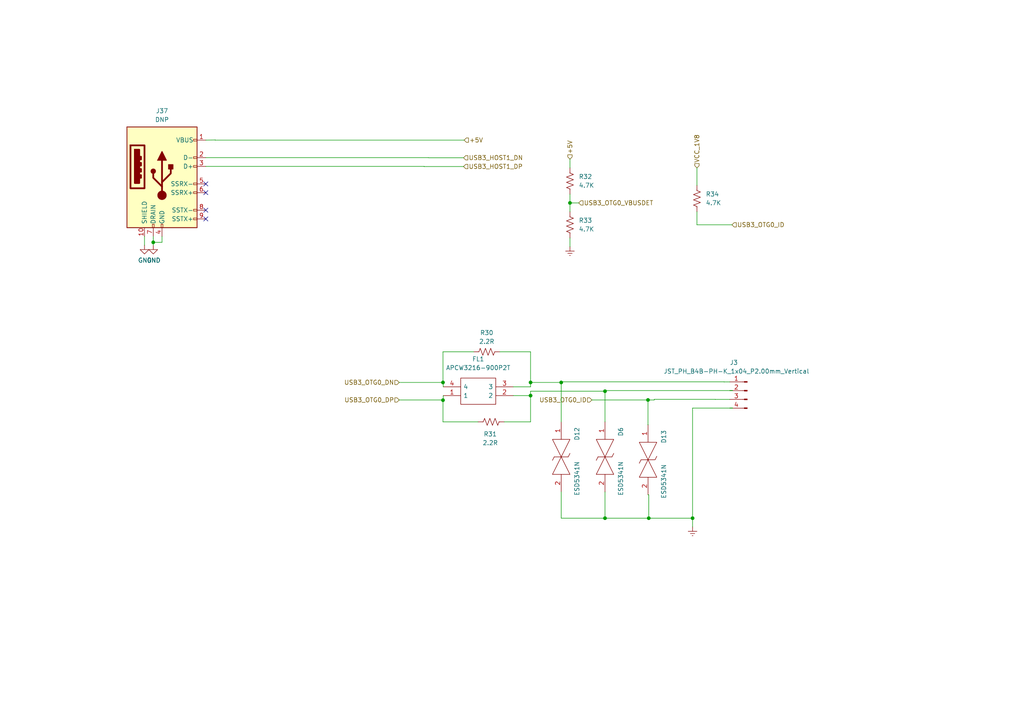
<source format=kicad_sch>
(kicad_sch (version 20231120) (generator "eeschema") (generator_version "8.0")
  (paper "A4")
  (lib_symbols
    (symbol "Connector:Conn_01x04_Pin" (pin_names (offset 1.016) hide)
      (property "Reference" "J" (at 0 5.08 0))
      (property "Value" "Conn_01x04_Pin" (at 0 -7.62 0))
      (symbol "Conn_01x04_Pin_1_1"
        (polyline (pts (xy 1.27 -5.08) (xy 0.8636 -5.08)) (stroke (width 0.1524)))
        (polyline (pts (xy 1.27 -2.54) (xy 0.8636 -2.54)) (stroke (width 0.1524)))
        (polyline (pts (xy 1.27 0) (xy 0.8636 0)) (stroke (width 0.1524)))
        (polyline (pts (xy 1.27 2.54) (xy 0.8636 2.54)) (stroke (width 0.1524)))
        (rectangle (start 0.8636 -4.953) (end 0 -5.207) (stroke (width 0.1524)) (fill (type outline)))
        (rectangle (start 0.8636 -2.413) (end 0 -2.667) (stroke (width 0.1524)) (fill (type outline)))
        (rectangle (start 0.8636 0.127) (end 0 -0.127) (stroke (width 0.1524)) (fill (type outline)))
        (rectangle (start 0.8636 2.667) (end 0 2.413) (stroke (width 0.1524)) (fill (type outline)))
        (pin passive line (at 5.08 2.54 180) (length 3.81) (name "Pin_1") (number "1"))
        (pin passive line (at 5.08 0 180) (length 3.81) (name "Pin_2") (number "2"))
        (pin passive line (at 5.08 -2.54 180) (length 3.81) (name "Pin_3") (number "3"))
        (pin passive line (at 5.08 -5.08 180) (length 3.81) (name "Pin_4") (number "4"))
      )
    )
    (symbol "Connector:USB3_A" (pin_names (offset 1.016))
      (property "Reference" "J" (at -10.16 15.24 0))
      (property "Value" "USB3_A" (at 10.16 15.24 0))
      (symbol "USB3_A_0_0"
        (rectangle (start -9.144 8.636) (end -5.08 -3.81) (stroke (width 0.508)))
        (rectangle (start -7.874 7.366) (end -6.604 -2.286) (stroke (width 0.508)) (fill (type outline)))
        (rectangle (start -6.35 0) (end -6.096 -0.762) (stroke (width 0.508)))
        (rectangle (start -6.35 1.778) (end -6.096 1.016) (stroke (width 0.508)))
        (rectangle (start -6.35 3.556) (end -6.096 2.794) (stroke (width 0.508)))
        (rectangle (start -6.35 5.334) (end -6.096 4.572) (stroke (width 0.508)))
        (rectangle (start -2.794 -15.24) (end -2.286 -14.224))
        (rectangle (start -0.254 -15.24) (end 0.254 -14.224))
        (rectangle (start 10.16 -12.446) (end 9.144 -12.954))
        (rectangle (start 10.16 -9.906) (end 9.144 -10.414))
        (rectangle (start 10.16 -4.826) (end 9.144 -5.334))
        (rectangle (start 10.16 -2.286) (end 9.144 -2.794))
        (rectangle (start 10.16 2.794) (end 9.144 2.286))
        (rectangle (start 10.16 5.334) (end 9.144 4.826))
        (rectangle (start 10.16 10.414) (end 9.144 9.906))
      )
      (symbol "USB3_A_0_1"
        (rectangle (start -10.16 13.97) (end 10.16 -15.24) (stroke (width 0.254)) (fill (type background)))
      )
      (symbol "USB3_A_1_1"
        (circle (center -2.54 1.143) (radius 0.635) (stroke (width 0.254)) (fill (type outline)))
        (circle (center 0 -5.842) (radius 1.27) (fill (type outline)))
        (polyline (pts (xy 0 -5.842) (xy 0 4.318)) (stroke (width 0.508)))
        (polyline (pts (xy 0 -3.302) (xy -2.54 -0.762) (xy -2.54 0.508)) (stroke (width 0.508)))
        (polyline (pts (xy 0 -2.032) (xy 2.54 0.508) (xy 2.54 1.778)) (stroke (width 0.508)))
        (polyline (pts (xy -1.27 4.318) (xy 0 6.858) (xy 1.27 4.318) (xy -1.27 4.318)) (stroke (width 0.254)) (fill (type outline)))
        (rectangle (start 1.905 1.778) (end 3.175 3.048) (stroke (width 0.254)) (fill (type outline)))
        (pin power_in line (at 12.7 10.16 180) (length 2.54) (name "VBUS") (number "1"))
        (pin passive line (at -5.08 -17.78 90) (length 2.54) (name "SHIELD") (number "10"))
        (pin bidirectional line (at 12.7 5.08 180) (length 2.54) (name "D-") (number "2"))
        (pin bidirectional line (at 12.7 2.54 180) (length 2.54) (name "D+") (number "3"))
        (pin power_in line (at 0 -17.78 90) (length 2.54) (name "GND") (number "4"))
        (pin output line (at 12.7 -2.54 180) (length 2.54) (name "SSRX-") (number "5"))
        (pin output line (at 12.7 -5.08 180) (length 2.54) (name "SSRX+") (number "6"))
        (pin passive line (at -2.54 -17.78 90) (length 2.54) (name "DRAIN") (number "7"))
        (pin input line (at 12.7 -10.16 180) (length 2.54) (name "SSTX-") (number "8"))
        (pin input line (at 12.7 -12.7 180) (length 2.54) (name "SSTX+") (number "9"))
      )
    )
    (symbol "DLW31SN900SQ2L:DLW31SN900SQ2L" (pin_names (offset 0.762))
      (property "Reference" "FL" (at 16.51 7.62 0))
      (property "Value" "DLW31SN900SQ2L" (at 16.51 5.08 0))
      (symbol "DLW31SN900SQ2L_0_0"
        (pin passive line (at 0 -2.54 0) (length 5.08) (name "1") (number "1"))
        (pin passive line (at 20.32 -2.54 180) (length 5.08) (name "2") (number "2"))
        (pin passive line (at 20.32 0 180) (length 5.08) (name "3") (number "3"))
        (pin passive line (at 0 0 0) (length 5.08) (name "4") (number "4"))
      )
      (symbol "DLW31SN900SQ2L_0_1"
        (polyline (pts (xy 5.08 2.54) (xy 15.24 2.54) (xy 15.24 -5.08) (xy 5.08 -5.08) (xy 5.08 2.54)) (stroke (width 0.1524)))
      )
    )
    (symbol "Device:R_US" (pin_numbers hide) (pin_names (offset 0))
      (property "Reference" "R" (at 2.54 0 90))
      (property "Value" "R_US" (at -2.54 0 90))
      (symbol "R_US_0_1"
        (polyline (pts (xy 0 -2.286) (xy 0 -2.54)))
        (polyline (pts (xy 0 2.286) (xy 0 2.54)))
        (polyline (pts (xy 0 -0.762) (xy 1.016 -1.143) (xy 0 -1.524) (xy -1.016 -1.905) (xy 0 -2.286)))
        (polyline (pts (xy 0 0.762) (xy 1.016 0.381) (xy 0 0) (xy -1.016 -0.381) (xy 0 -0.762)))
        (polyline (pts (xy 0 2.286) (xy 1.016 1.905) (xy 0 1.524) (xy -1.016 1.143) (xy 0 0.762)))
      )
      (symbol "R_US_1_1"
        (pin passive line (at 0 3.81 270) (length 1.27) (name "~") (number "1"))
        (pin passive line (at 0 -3.81 90) (length 1.27) (name "~") (number "2"))
      )
    )
    (symbol "SP0402B-ULC-01ETG:SP0402B-ULC-01ETG" (pin_names (offset 0.762))
      (property "Reference" "D" (at 12.7 8.89 0))
      (property "Value" "SP0402B-ULC-01ETG" (at 12.7 6.35 0))
      (symbol "SP0402B-ULC-01ETG_0_0"
        (pin passive line (at 0 0 0) (length 5.08) (name "~") (number "1"))
        (pin passive line (at 20.32 0 180) (length 5.08) (name "~") (number "2"))
      )
      (symbol "SP0402B-ULC-01ETG_0_1"
        (polyline (pts (xy 9.144 2.54) (xy 10.16 2.032)) (stroke (width 0.1524)))
        (polyline (pts (xy 10.16 -2.032) (xy 10.16 2.032)) (stroke (width 0.1524)))
        (polyline (pts (xy 10.16 -2.032) (xy 11.176 -2.54)) (stroke (width 0.1524)))
        (polyline (pts (xy 10.16 0) (xy 5.08 -2.54) (xy 5.08 2.54) (xy 10.16 0)) (stroke (width 0.1524)))
        (polyline (pts (xy 10.16 0) (xy 15.24 -2.54) (xy 15.24 2.54) (xy 10.16 0)) (stroke (width 0.1524)))
      )
    )
    (symbol "power:Earth" (power) (pin_names (offset 0))
      (symbol "Earth_0_1"
        (polyline (pts (xy -0.635 -1.905) (xy 0.635 -1.905)))
        (polyline (pts (xy -0.127 -2.54) (xy 0.127 -2.54)))
        (polyline (pts (xy 0 -1.27) (xy 0 0)))
        (polyline (pts (xy 1.27 -1.27) (xy -1.27 -1.27)))
      )
      (symbol "Earth_1_1"
        (pin power_in line (at 0 0 270) (length 0) hide (name "Earth") (number "1"))
      )
    )
    (symbol "power:GND" (power) (pin_names (offset 0))
      (property "Value" "GND" (at 0 -3.81 0))
      (symbol "GND_0_1"
        (polyline (pts (xy 0 0) (xy 0 -1.27) (xy 1.27 -1.27) (xy 0 -2.54) (xy -1.27 -1.27) (xy 0 -1.27)))
      )
      (symbol "GND_1_1"
        (pin power_in line (at 0 0 270) (length 0) hide (name "GND") (number "1"))
      )
    )
  )
  (junction (at 165.3132 58.8557))
  (junction (at 162.7732 110.9257))
  (junction (at 188.1675 150.2957))
  (junction (at 128.4832 110.9257))
  (junction (at 153.8832 114.7367))
  (junction (at 175.4732 150.2957))
  (junction (at 128.4832 116.0685))
  (junction (at 200.8732 150.2957))
  (junction (at 187.9431 116.0057))
  (junction (at 153.8832 110.9257))
  (junction (at 175.4732 113.4657))
  (junction (at 44.45 70.2855))
  (no_connect (at 59.69 53.34))
  (no_connect (at 59.69 63.5))
  (no_connect (at 59.69 60.96))
  (no_connect (at 59.69 55.88))
  (wire (pts (xy 62.406 40.64) (xy 62.406 40.5978)))
  (wire (pts (xy 44.45 71.12) (xy 44.45 70.2855)))
  (wire (pts (xy 189.7619 115.824) (xy 207.4784 115.824)))
  (wire (pts (xy 202.1432 65.2057) (xy 212.3032 65.2057)))
  (wire (pts (xy 212.4585 113.3051) (xy 211.6569 113.3051)))
  (wire (pts (xy 175.4732 150.2957) (xy 188.1675 150.2957)))
  (wire (pts (xy 153.8832 122.3557) (xy 146.2632 122.3557)))
  (wire (pts (xy 128.5532 112.1967) (xy 128.5532 110.9257)))
  (wire (pts (xy 128.5532 110.9257) (xy 128.4832 110.9257)))
  (wire (pts (xy 187.9431 123.19) (xy 187.96 123.19)))
  (wire (pts (xy 128.5532 116.0685) (xy 128.4832 116.0685)))
  (wire (pts (xy 165.3132 56.3157) (xy 165.3132 58.8557)))
  (wire (pts (xy 124.284 45.7622) (xy 134.444 45.7622)))
  (wire (pts (xy 128.5532 114.7367) (xy 128.5532 116.0685)))
  (wire (pts (xy 202.1432 48.6957) (xy 202.1432 53.7757)))
  (wire (pts (xy 212.4585 118.3851) (xy 211.6569 118.3851)))
  (wire (pts (xy 46.99 68.58) (xy 46.99 70.2855)))
  (wire (pts (xy 162.7732 150.2957) (xy 175.4732 150.2957)))
  (wire (pts (xy 207.4784 115.824) (xy 207.4784 115.8451)))
  (wire (pts (xy 115.7832 116.0057) (xy 128.4832 116.0057)))
  (wire (pts (xy 124.284 45.7622) (xy 124.284 45.72)))
  (wire (pts (xy 188.1675 150.2957) (xy 188.1675 143.51)))
  (wire (pts (xy 162.7732 110.744) (xy 162.7732 110.9257)))
  (wire (pts (xy 162.7732 110.744) (xy 210.0184 110.744)))
  (wire (pts (xy 162.7732 150.2957) (xy 162.7732 142.6757)))
  (wire (pts (xy 62.406 40.5978) (xy 59.69 40.64)))
  (wire (pts (xy 175.4732 113.4657) (xy 175.4732 122.3557)))
  (wire (pts (xy 212.4585 118.364) (xy 212.4585 118.3851)))
  (wire (pts (xy 175.4732 113.4657) (xy 153.8832 113.4657)))
  (wire (pts (xy 153.8832 114.7367) (xy 153.8832 122.3557)))
  (wire (pts (xy 138.6432 122.3557) (xy 128.4832 122.3557)))
  (wire (pts (xy 210.0184 110.7651) (xy 211.6569 110.7651)))
  (wire (pts (xy 210.0184 110.744) (xy 210.0184 110.7651)))
  (wire (pts (xy 128.4832 122.3557) (xy 128.4832 116.0685)))
  (wire (pts (xy 202.1432 61.3957) (xy 202.1432 65.2057)))
  (wire (pts (xy 137.3732 102.0357) (xy 128.4832 102.0357)))
  (wire (pts (xy 128.4832 102.0357) (xy 128.4832 110.9257)))
  (wire (pts (xy 162.7732 110.9257) (xy 162.7732 122.3557)))
  (wire (pts (xy 165.3132 69.0157) (xy 165.3132 71.5557)))
  (wire (pts (xy 59.69 45.72) (xy 124.284 45.72)))
  (wire (pts (xy 62.406 40.64) (xy 134.62 40.64)))
  (wire (pts (xy 128.4832 116.0685) (xy 128.4832 116.0057)))
  (wire (pts (xy 200.8732 118.364) (xy 212.4585 118.364)))
  (wire (pts (xy 188.1675 143.51) (xy 187.96 143.51)))
  (wire (pts (xy 148.8732 112.1967) (xy 153.8832 112.1967)))
  (wire (pts (xy 123.014 48.3022) (xy 123.014 48.26)))
  (wire (pts (xy 123.014 48.3022) (xy 134.444 48.3022)))
  (wire (pts (xy 46.99 70.2855) (xy 44.45 70.2855)))
  (wire (pts (xy 200.8732 150.2957) (xy 200.8732 152.8357)))
  (wire (pts (xy 187.9431 116.0057) (xy 187.9431 123.19)))
  (wire (pts (xy 189.7619 116.0057) (xy 187.9431 116.0057)))
  (wire (pts (xy 175.4732 113.284) (xy 175.4732 113.4657)))
  (wire (pts (xy 144.9932 102.0357) (xy 153.8832 102.0357)))
  (wire (pts (xy 59.69 48.26) (xy 123.014 48.26)))
  (wire (pts (xy 188.1675 150.2957) (xy 200.8732 150.2957)))
  (wire (pts (xy 165.3132 58.8557) (xy 165.3132 61.3957)))
  (wire (pts (xy 207.4784 115.8451) (xy 211.6569 115.8451)))
  (wire (pts (xy 200.8732 118.364) (xy 200.8732 150.2957)))
  (wire (pts (xy 175.4732 150.2957) (xy 175.4732 142.6757)))
  (wire (pts (xy 167.8532 58.8557) (xy 165.3132 58.8557)))
  (wire (pts (xy 171.6632 116.0057) (xy 187.9431 116.0057)))
  (wire (pts (xy 148.8732 114.7367) (xy 153.8832 114.7367)))
  (wire (pts (xy 175.4732 113.284) (xy 212.4585 113.284)))
  (wire (pts (xy 153.8832 112.1967) (xy 153.8832 110.9257)))
  (wire (pts (xy 153.8832 102.0357) (xy 153.8832 110.9257)))
  (wire (pts (xy 153.8832 113.4657) (xy 153.8832 114.7367)))
  (wire (pts (xy 44.45 70.2855) (xy 44.45 68.58)))
  (wire (pts (xy 153.8832 110.9257) (xy 162.7732 110.9257)))
  (wire (pts (xy 212.4585 113.284) (xy 212.4585 113.3051)))
  (wire (pts (xy 189.7619 115.824) (xy 189.7619 116.0057)))
  (wire (pts (xy 115.7832 110.9257) (xy 128.4832 110.9257)))
  (wire (pts (xy 41.91 71.12) (xy 41.91 68.58)))
  (wire (pts (xy 165.3132 46.1557) (xy 165.3132 48.6957)))
  (hierarchical_label "VCC_1V8" (shape input) (at 202.1432 48.6957 90))
  (hierarchical_label "USB3_OTG0_ID" (shape input) (at 212.3032 65.2057 0))
  (hierarchical_label "USB3_HOST1_DP" (shape input) (at 134.444 48.3022 0))
  (hierarchical_label "USB3_HOST1_DN" (shape input) (at 134.444 45.7622 0))
  (hierarchical_label "+5V" (shape input) (at 165.3132 46.1557 90))
  (hierarchical_label "USB3_OTG0_ID" (shape input) (at 171.6632 116.0057 180))
  (hierarchical_label "USB3_OTG0_DP" (shape input) (at 115.7832 116.0057 180))
  (hierarchical_label "USB3_OTG0_VBUSDET" (shape input) (at 167.8532 58.8557 0))
  (hierarchical_label "+5V" (shape input) (at 134.62 40.64 0))
  (hierarchical_label "USB3_OTG0_DN" (shape input) (at 115.7832 110.9257 180))
  (symbol (lib_id "SP0402B-ULC-01ETG:SP0402B-ULC-01ETG") (at 175.4732 122.3557 270) (unit 1)
    (property "Reference" "D6" (at 180.0452 123.8797 0) (effects (justify left)))
    (property "Value" "ESD5341N" (at 180.0452 133.7857 0) (effects (justify left)))
    (property "Footprint" "Footprint Library:ESD5341N" (effects (hide yes)))
    (property "Datasheet" "https://www.mouser.com/datasheet/2/240/Littelfuse_TVS_Diode_Array_Ultra_Low_Capacitance_D-1021420.pdf" (effects (hide yes)))
    (property "Description" "ESD Suppressors / TVS Diodes 5V .13pF 20kV" (effects (hide yes)))
    (property "Manufacturer_Name" "LITTELFUSE" (effects (hide yes)))
    (property "Manufacturer_Part_Number" "SP0402B-ULC-01ETG" (effects (hide yes)))
    (property "Mouser Part Number" "576-SP0402BULC-01ETG" (effects (hide yes)))
    (property "Mouser Price/Stock" "https://www.mouser.co.uk/ProductDetail/Littelfuse/SP0402B-ULC-01ETG?qs=lM4gFlnEeENx4cnTNlk34g%3D%3D" (effects (hide yes)))
    (property "Arrow Part Number" "SP0402B-ULC-01ETG" (effects (hide yes)))
    (property "Arrow Price/Stock" "https://www.arrow.com/en/products/sp0402b-ulc-01etg/littelfuse?region=nac" (effects (hide yes)))
    (property "MPN" "ESD5341N" (effects (hide yes)))
  )
  (symbol (lib_id "power:Earth") (at 200.8732 152.8357 0) (unit 1)
    (property "Reference" "#PWR073" (effects (hide yes)))
    (property "Value" "Earth" (effects (hide yes)))
    (property "Description" "Power symbol creates a global label with name \"Earth\"" (effects (hide yes)))
  )
  (symbol (lib_id "SP0402B-ULC-01ETG:SP0402B-ULC-01ETG") (at 187.96 123.19 270) (unit 1)
    (property "Reference" "D13" (at 192.532 124.714 0) (effects (justify left)))
    (property "Value" "ESD5341N" (at 192.532 134.62 0) (effects (justify left)))
    (property "Footprint" "Footprint Library:ESD5341N" (effects (hide yes)))
    (property "Datasheet" "https://www.mouser.com/datasheet/2/240/Littelfuse_TVS_Diode_Array_Ultra_Low_Capacitance_D-1021420.pdf" (effects (hide yes)))
    (property "Description" "ESD Suppressors / TVS Diodes 5V .13pF 20kV" (effects (hide yes)))
    (property "Manufacturer_Name" "LITTELFUSE" (effects (hide yes)))
    (property "Manufacturer_Part_Number" "SP0402B-ULC-01ETG" (effects (hide yes)))
    (property "Mouser Part Number" "576-SP0402BULC-01ETG" (effects (hide yes)))
    (property "Mouser Price/Stock" "https://www.mouser.co.uk/ProductDetail/Littelfuse/SP0402B-ULC-01ETG?qs=lM4gFlnEeENx4cnTNlk34g%3D%3D" (effects (hide yes)))
    (property "Arrow Part Number" "SP0402B-ULC-01ETG" (effects (hide yes)))
    (property "Arrow Price/Stock" "https://www.arrow.com/en/products/sp0402b-ulc-01etg/littelfuse?region=nac" (effects (hide yes)))
    (property "MPN" "ESD5341N" (effects (hide yes)))
  )
  (symbol (lib_id "power:GND") (at 41.91 71.12 0) (unit 1)
    (property "Reference" "#PWR0144" (effects (hide yes)))
    (property "Value" "GND" (at 42.037 75.5142 0))
  )
  (symbol (lib_id "power:GND") (at 44.45 71.12 0) (unit 1)
    (property "Reference" "#PWR0223" (effects (hide yes)))
    (property "Value" "GND" (at 44.577 75.5142 0))
  )
  (symbol (lib_id "Device:R_US") (at 142.4532 122.3557 90) (unit 1)
    (property "Reference" "R31" (at 142.1992 125.9117 90))
    (property "Value" "2.2R" (at 142.1992 128.4517 90))
    (property "Footprint" "Resistor_SMD:R_0402_1005Metric" (effects (hide yes)))
    (property "Description" "Resistor, US symbol" (effects (hide yes)))
    (property "MPN" "0402WGF220KTCE" (effects (hide yes)))
  )
  (symbol (lib_id "Device:R_US") (at 202.1432 57.5857 0) (unit 1)
    (property "Reference" "R34" (at 204.6832 56.3156 0) (effects (justify left)))
    (property "Value" "4.7K" (at 204.6832 58.8556 0) (effects (justify left)))
    (property "Footprint" "Resistor_SMD:R_0603_1608Metric" (effects (hide yes)))
    (property "Description" "Resistor, US symbol" (effects (hide yes)))
    (property "MPN" "0603WAF4701T5E" (effects (hide yes)))
  )
  (symbol (lib_id "Device:R_US") (at 165.3132 65.2057 0) (unit 1)
    (property "Reference" "R33" (at 167.8532 63.9356 0) (effects (justify left)))
    (property "Value" "4.7K" (at 167.8532 66.4756 0) (effects (justify left)))
    (property "Footprint" "Resistor_SMD:R_0603_1608Metric" (effects (hide yes)))
    (property "Description" "Resistor, US symbol" (effects (hide yes)))
    (property "MPN" "0603WAF4701T5E" (effects (hide yes)))
  )
  (symbol (lib_id "Connector:USB3_A") (at 46.99 50.8 0) (unit 1)
    (property "Reference" "J37" (at 46.99 32.1733 0))
    (property "Value" "DNP" (at 46.99 34.7133 0))
    (property "Footprint" "footprint:CP-USB-3015" (effects (hide yes)))
    (property "Description" "USB 3.0 A connector" (effects (hide yes)))
    (property "MPN" "USB3.0 侧插" (effects (hide yes)))
  )
  (symbol (lib_id "DLW31SN900SQ2L:DLW31SN900SQ2L") (at 128.5532 112.1967 0) (unit 1)
    (property "Reference" "FL1" (at 138.7132 104.14 0))
    (property "Value" "APCW3216-900P2T" (at 138.7132 106.68 0))
    (property "Footprint" "DLW31SN900SQ2L:DLW31SH222SQ2L" (effects (hide yes)))
    (property "Datasheet" "https://www.murata.com/en-us/products/productdetail?partno=DLW31SN900SQ2%23" (effects (hide yes)))
    (property "Description" "Common mode choke SMD 1206 370mA 90R Murata DLW31S Series Wire-wound SMD Inductor +/-25% Wire-Wound 370mA Idc" (effects (hide yes)))
    (property "Height" "2.1" (effects (hide yes)))
    (property "Manufacturer_Name" "Murata Electronics" (effects (hide yes)))
    (property "Manufacturer_Part_Number" "DLW31SN900SQ2L" (effects (hide yes)))
    (property "Mouser Part Number" "81-DLW31SN900SQ2L" (effects (hide yes)))
    (property "Mouser Price/Stock" "https://www.mouser.co.uk/ProductDetail/Murata-Electronics/DLW31SN900SQ2L?qs=MvDi5e8ZjmVQKH%2F%2FPPGwmg%3D%3D" (effects (hide yes)))
    (property "Arrow Part Number" "DLW31SN900SQ2L" (effects (hide yes)))
    (property "Arrow Price/Stock" "https://www.arrow.com/en/products/dlw31sn900sq2l/murata-manufacturing?region=nac" (effects (hide yes)))
    (property "MPN" "APCW3216-900P2T" (effects (hide yes)))
  )
  (symbol (lib_id "SP0402B-ULC-01ETG:SP0402B-ULC-01ETG") (at 162.7732 122.3557 270) (unit 1)
    (property "Reference" "D12" (at 167.3452 123.8797 0) (effects (justify left)))
    (property "Value" "ESD5341N" (at 167.3452 133.7857 0) (effects (justify left)))
    (property "Footprint" "Footprint Library:ESD5341N" (effects (hide yes)))
    (property "Datasheet" "https://www.mouser.com/datasheet/2/240/Littelfuse_TVS_Diode_Array_Ultra_Low_Capacitance_D-1021420.pdf" (effects (hide yes)))
    (property "Description" "ESD Suppressors / TVS Diodes 5V .13pF 20kV" (effects (hide yes)))
    (property "Manufacturer_Name" "LITTELFUSE" (effects (hide yes)))
    (property "Manufacturer_Part_Number" "SP0402B-ULC-01ETG" (effects (hide yes)))
    (property "Mouser Part Number" "576-SP0402BULC-01ETG" (effects (hide yes)))
    (property "Mouser Price/Stock" "https://www.mouser.co.uk/ProductDetail/Littelfuse/SP0402B-ULC-01ETG?qs=lM4gFlnEeENx4cnTNlk34g%3D%3D" (effects (hide yes)))
    (property "Arrow Part Number" "SP0402B-ULC-01ETG" (effects (hide yes)))
    (property "Arrow Price/Stock" "https://www.arrow.com/en/products/sp0402b-ulc-01etg/littelfuse?region=nac" (effects (hide yes)))
    (property "MPN" "ESD5341N" (effects (hide yes)))
  )
  (symbol (lib_id "power:Earth") (at 165.3132 71.5557 0) (unit 1)
    (property "Reference" "#PWR072" (effects (hide yes)))
    (property "Value" "Earth" (effects (hide yes)))
    (property "Description" "Power symbol creates a global label with name \"Earth\"" (effects (hide yes)))
  )
  (symbol (lib_id "Device:R_US") (at 165.3132 52.5057 0) (unit 1)
    (property "Reference" "R32" (at 167.8532 51.2356 0) (effects (justify left)))
    (property "Value" "4.7K" (at 167.8532 53.7756 0) (effects (justify left)))
    (property "Footprint" "Resistor_SMD:R_0603_1608Metric" (effects (hide yes)))
    (property "Description" "Resistor, US symbol" (effects (hide yes)))
    (property "MPN" "0603WAF4701T5E" (effects (hide yes)))
  )
  (symbol (lib_id "Device:R_US") (at 141.1832 102.0357 90) (unit 1)
    (property "Reference" "R30" (at 141.1832 96.52 90))
    (property "Value" "2.2R" (at 141.1832 99.06 90))
    (property "Footprint" "Resistor_SMD:R_0402_1005Metric" (effects (hide yes)))
    (property "Description" "Resistor, US symbol" (effects (hide yes)))
    (property "MPN" "0402WGF220KTCE" (effects (hide yes)))
  )
  (symbol (lib_id "Connector:Conn_01x04_Pin") (at 216.7369 113.3051 0) (mirror y) (unit 1)
    (property "Reference" "J3" (at 212.852 105.156 0))
    (property "Value" "JST_PH_B4B-PH-K_1x04_P2.00mm_Vertical" (at 213.614 107.696 0))
    (property "Footprint" "Connector_JST:JST_PH_B4B-PH-K_1x04_P2.00mm_Vertical" (effects (hide yes)))
    (property "Description" "Generic connector, single row, 01x04, script generated" (effects (hide yes)))
  )
)
</source>
